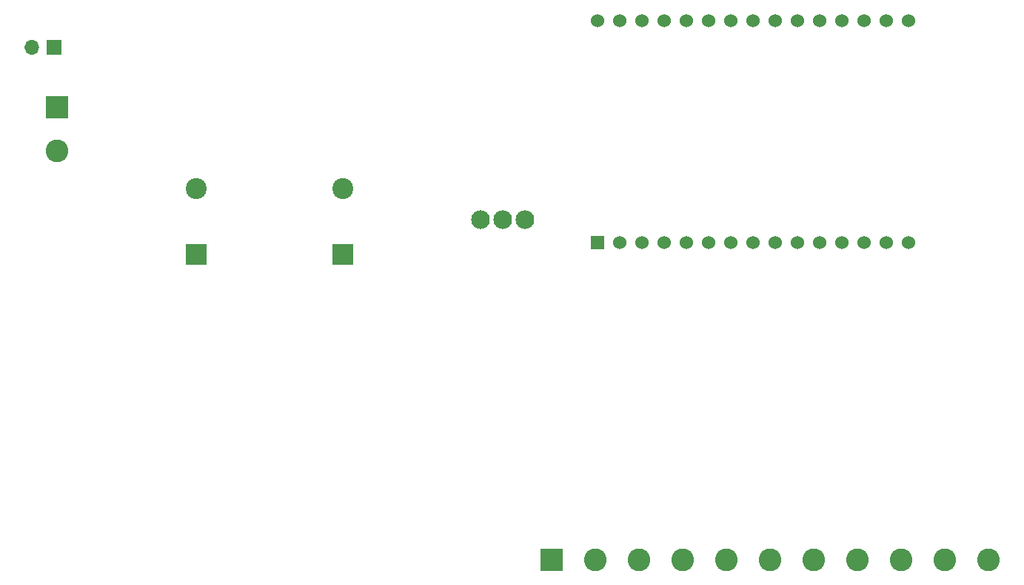
<source format=gbr>
%TF.GenerationSoftware,KiCad,Pcbnew,8.0.5-8.0.5-0~ubuntu24.04.1*%
%TF.CreationDate,2024-09-24T11:01:14-06:00*%
%TF.ProjectId,Sprinkler_Controller_V2,53707269-6e6b-46c6-9572-5f436f6e7472,rev?*%
%TF.SameCoordinates,Original*%
%TF.FileFunction,Soldermask,Bot*%
%TF.FilePolarity,Negative*%
%FSLAX46Y46*%
G04 Gerber Fmt 4.6, Leading zero omitted, Abs format (unit mm)*
G04 Created by KiCad (PCBNEW 8.0.5-8.0.5-0~ubuntu24.04.1) date 2024-09-24 11:01:14*
%MOMM*%
%LPD*%
G01*
G04 APERTURE LIST*
%ADD10R,1.700000X1.700000*%
%ADD11O,1.700000X1.700000*%
%ADD12R,1.524000X1.524000*%
%ADD13C,1.524000*%
%ADD14C,2.133600*%
%ADD15R,2.600000X2.600000*%
%ADD16C,2.600000*%
%ADD17R,2.400000X2.400000*%
%ADD18C,2.400000*%
G04 APERTURE END LIST*
D10*
%TO.C,SW1*%
X102140000Y-87800000D03*
D11*
X99600000Y-87800000D03*
%TD*%
D12*
%TO.C,U1*%
X164290000Y-110200000D03*
D13*
X166830000Y-110200000D03*
X169370000Y-110200000D03*
X171910000Y-110200000D03*
X174450000Y-110200000D03*
X176990000Y-110200000D03*
X179530000Y-110200000D03*
X182070000Y-110200000D03*
X184610000Y-110200000D03*
X187150000Y-110200000D03*
X189690000Y-110200000D03*
X192230000Y-110200000D03*
X194770000Y-110200000D03*
X197310000Y-110200000D03*
X199850000Y-110200000D03*
X199850000Y-84800000D03*
X197310000Y-84800000D03*
X194770000Y-84800000D03*
X192230000Y-84800000D03*
X189690000Y-84800000D03*
X187150000Y-84800000D03*
X184610000Y-84800000D03*
X182070000Y-84800000D03*
X179530000Y-84800000D03*
X176990000Y-84800000D03*
X174450000Y-84800000D03*
X171910000Y-84800000D03*
X169370000Y-84800000D03*
X166830000Y-84800000D03*
X164290000Y-84800000D03*
%TD*%
D14*
%TO.C,RV1*%
X150920000Y-107600000D03*
X153460000Y-107600000D03*
X156000000Y-107600000D03*
%TD*%
D15*
%TO.C,J2*%
X159000000Y-146500000D03*
D16*
X164000000Y-146500000D03*
X169000000Y-146500000D03*
X174000000Y-146500000D03*
X179000000Y-146500000D03*
X184000000Y-146500000D03*
X189000000Y-146500000D03*
X194000000Y-146500000D03*
X199000000Y-146500000D03*
X204000000Y-146500000D03*
X209000000Y-146500000D03*
%TD*%
D17*
%TO.C,C1*%
X118400000Y-111512755D03*
D18*
X118400000Y-104012755D03*
%TD*%
%TO.C,C2*%
X135200000Y-104012755D03*
D17*
X135200000Y-111512755D03*
%TD*%
D15*
%TO.C,J1*%
X102445000Y-94700000D03*
D16*
X102445000Y-99700000D03*
%TD*%
M02*

</source>
